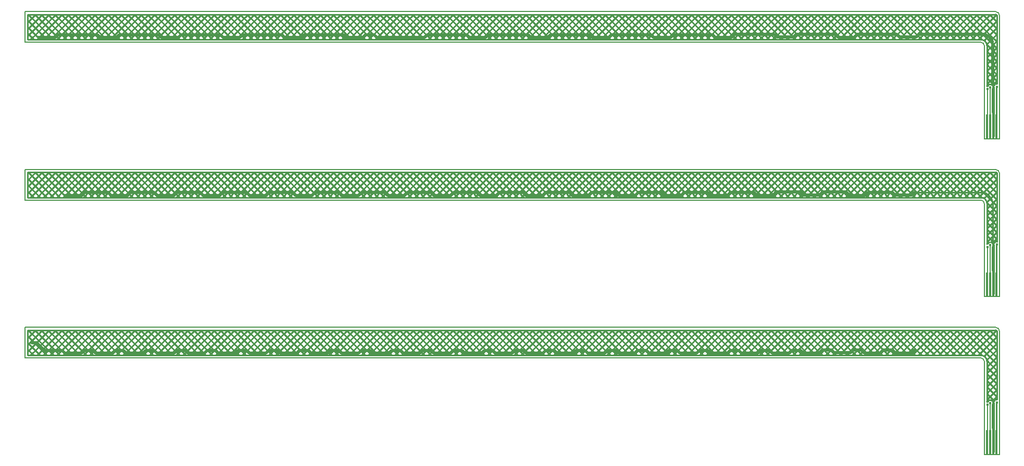
<source format=gbl>
G04*
G04 #@! TF.GenerationSoftware,Altium Limited,Altium Designer,19.0.12 (326)*
G04*
G04 Layer_Physical_Order=2*
G04 Layer_Color=16711680*
%FSLAX44Y44*%
%MOMM*%
G71*
G01*
G75*
%ADD10C,0.2413*%
%ADD11C,0.2540*%
%ADD12C,0.1524*%
%ADD13R,0.3000X4.0000*%
%ADD21C,0.1270*%
%ADD22C,0.5080*%
%ADD23C,0.4064*%
%ADD24C,0.5080*%
D10*
X1580119Y714640D02*
G03*
X1578140Y716618I-1979J0D01*
G01*
X1580119Y603617D02*
G03*
X1575500Y596860I-299J-4753D01*
G01*
X1574263Y597848D02*
G03*
X1565148Y599782I-4762J0D01*
G01*
X1563882Y666000D02*
G03*
X1554500Y675381I-9381J0D01*
G01*
X1565148Y599782D02*
G03*
X1563882Y599765I-568J-4728D01*
G01*
X1572993Y594610D02*
G03*
X1574263Y597848I-3492J3238D01*
G01*
X1557206Y716618D02*
X1580119Y693706D01*
X1567982Y716618D02*
X1580119Y704482D01*
X1559500Y716618D02*
X1578140D01*
X1528161Y675381D02*
X1569398Y716618D01*
X1546429D02*
X1580119Y682929D01*
X1506608Y675381D02*
X1547845Y716618D01*
X1503324D02*
X1544561Y675381D01*
X1517385D02*
X1558622Y716618D01*
X1492548D02*
X1533785Y675381D01*
X1495832D02*
X1537069Y716618D01*
X1485056Y675381D02*
X1526293Y716618D01*
X1481772D02*
X1523009Y675381D01*
X1474500Y716618D02*
X1559500D01*
X1470995D02*
X1512232Y675381D01*
X1463503D02*
X1504740Y716618D01*
X1474280Y675381D02*
X1515517Y716618D01*
X1452727Y675381D02*
X1493964Y716618D01*
X1449443D02*
X1490680Y675381D01*
X1460219Y716618D02*
X1501456Y675381D01*
X1374008Y716618D02*
X1415245Y675381D01*
X1441951D02*
X1483188Y716618D01*
X1578917Y716459D02*
X1579959Y715417D01*
X1538937Y675381D02*
X1579567Y716011D01*
X1549714Y675381D02*
X1580119Y705786D01*
X1431174Y675381D02*
X1472411Y716618D01*
X1427890D02*
X1469127Y675381D01*
X1438666Y716618D02*
X1479903Y675381D01*
X1417114Y716618D02*
X1458351Y675381D01*
X1409622D02*
X1450859Y716618D01*
X1420398Y675381D02*
X1461635Y716618D01*
X1398845Y675381D02*
X1440082Y716618D01*
X1406337D02*
X1447574Y675381D01*
X1363232Y716618D02*
X1404469Y675381D01*
X1355740D02*
X1396977Y716618D01*
X1366517Y675381D02*
X1407753Y716618D01*
X1344964Y675381D02*
X1386201Y716618D01*
X1341679D02*
X1382916Y675381D01*
X1352456Y716618D02*
X1393693Y675381D01*
X1388069D02*
X1429306Y716618D01*
X1384785D02*
X1426022Y675381D01*
X1395561Y716618D02*
X1436798Y675381D01*
X1374008Y716618D02*
X1415246Y675381D01*
X1377293D02*
X1418530Y716618D01*
X1018390D02*
X1059627Y675381D01*
X1010898D02*
X1052135Y716618D01*
X1021675Y675381D02*
X1062912Y716618D01*
X1000122Y675381D02*
X1041359Y716618D01*
X996837D02*
X1038074Y675381D01*
X1007614Y716618D02*
X1048851Y675381D01*
X1043227D02*
X1084464Y716618D01*
X1039943D02*
X1081180Y675381D01*
X1050719Y716618D02*
X1091956Y675381D01*
X1029166Y716618D02*
X1070403Y675381D01*
X1032451D02*
X1073688Y716618D01*
X921403D02*
X962640Y675381D01*
X903135D02*
X944372Y716618D01*
X924688Y675381D02*
X965925Y716618D01*
X892359Y675381D02*
X933596Y716618D01*
X889074D02*
X930311Y675381D01*
X899851Y716618D02*
X941088Y675381D01*
X986061Y716618D02*
X1027298Y675381D01*
X978569D02*
X1019807Y716618D01*
X989346Y675381D02*
X1030583Y716618D01*
X967793Y675381D02*
X1009030Y716618D01*
X975285D02*
X1016522Y675381D01*
X1301859D02*
X1343096Y716618D01*
X1298574D02*
X1339811Y675381D01*
X1309350Y716618D02*
X1350587Y675381D01*
X1287798Y716618D02*
X1329035Y675381D01*
X1280306D02*
X1321543Y716618D01*
X1291082Y675381D02*
X1332319Y716618D01*
X1330903D02*
X1372140Y675381D01*
X1323411D02*
X1364648Y716618D01*
X1334188Y675381D02*
X1375425Y716618D01*
X1312635Y675381D02*
X1353872Y716618D01*
X1320127D02*
X1361364Y675381D01*
X1244693Y716618D02*
X1285930Y675381D01*
X1237201D02*
X1278438Y716618D01*
X1247977Y675381D02*
X1289214Y716618D01*
X1226424Y675381D02*
X1267662Y716618D01*
X1233916D02*
X1275153Y675381D01*
X1269530D02*
X1310767Y716618D01*
X1266245D02*
X1307482Y675381D01*
X1277021Y716618D02*
X1318259Y675381D01*
X1255469Y716618D02*
X1296706Y675381D01*
X1258754D02*
X1299991Y716618D01*
X1563882Y645285D02*
X1580119Y629048D01*
X1563882Y635668D02*
X1580119Y651905D01*
X1563882Y623732D02*
X1580119Y607495D01*
X1563882Y646444D02*
X1580119Y662681D01*
X1563882Y657220D02*
X1580119Y673457D01*
X1563882Y656061D02*
X1580119Y639824D01*
Y603617D02*
Y714640D01*
X1572697Y601378D02*
X1580119Y608800D01*
X1563882Y599765D02*
Y666000D01*
X1559218Y674109D02*
X1580119Y695010D01*
X1535653Y716618D02*
X1580119Y672153D01*
X1563703Y667819D02*
X1580119Y684234D01*
X1524877Y716618D02*
X1580119Y661377D01*
X1563840Y666879D02*
X1580119Y650600D01*
X1563882Y634509D02*
X1580119Y618271D01*
X1563882Y624891D02*
X1580119Y641128D01*
X1563882Y614115D02*
X1580119Y630352D01*
X1563882Y603339D02*
X1580119Y619576D01*
X1563882Y612956D02*
X1575658Y601179D01*
X1575500Y556726D02*
Y596860D01*
X1572993Y590897D02*
X1575500Y593404D01*
X1573730Y548530D02*
X1575269Y550069D01*
X1573730Y537754D02*
X1575269Y539293D01*
X1573730Y549225D02*
X1575269Y547686D01*
X1573730Y538449D02*
X1575269Y536910D01*
X1573730Y527673D02*
X1575269Y526134D01*
X1573730Y526977D02*
X1575269Y528516D01*
X1573730Y518382D02*
X1575269D01*
X1573730D02*
Y556726D01*
X1575269Y518382D02*
Y556726D01*
X1572993Y580121D02*
X1575500Y582628D01*
X1572993Y593069D02*
X1575500Y590562D01*
X1572993Y582292D02*
X1575500Y579785D01*
X1563882Y602180D02*
X1565551Y600510D01*
X1572993Y571516D02*
X1575500Y569009D01*
X1572993Y569345D02*
X1575500Y571852D01*
X1572993Y558568D02*
X1575500Y561075D01*
X1572993Y556726D02*
Y594610D01*
Y560740D02*
X1575500Y558233D01*
X1083048Y716618D02*
X1124285Y675381D01*
X1075556D02*
X1116793Y716618D01*
X1086333Y675381D02*
X1127570Y716618D01*
X1064780Y675381D02*
X1106017Y716618D01*
X1061495D02*
X1102732Y675381D01*
X1072272Y716618D02*
X1113509Y675381D01*
X1107885D02*
X1149122Y716618D01*
X1104601D02*
X1145838Y675381D01*
X1115377Y716618D02*
X1156614Y675381D01*
X1093824Y716618D02*
X1135061Y675381D01*
X1097109D02*
X1138346Y716618D01*
X935464Y675381D02*
X976701Y716618D01*
X932180D02*
X973417Y675381D01*
X942956Y716618D02*
X984193Y675381D01*
X910627Y716618D02*
X951864Y675381D01*
X881583D02*
X922820Y716618D01*
X913912Y675381D02*
X955149Y716618D01*
X964509D02*
X1005746Y675381D01*
X957017D02*
X998254Y716618D01*
X1054004Y675381D02*
X1095241Y716618D01*
X946241Y675381D02*
X987478Y716618D01*
X953732D02*
X994969Y675381D01*
X1194096D02*
X1235333Y716618D01*
X1190811D02*
X1232048Y675381D01*
X1201587Y716618D02*
X1242824Y675381D01*
X1180035Y716618D02*
X1221272Y675381D01*
X1172543D02*
X1213780Y716618D01*
X1183319Y675381D02*
X1224556Y716618D01*
X1223140D02*
X1264377Y675381D01*
X1215648D02*
X1256885Y716618D01*
X1514100D02*
X1555379Y675340D01*
X1204872Y675381D02*
X1246109Y716618D01*
X1212364D02*
X1253601Y675381D01*
X1136929Y716618D02*
X1178167Y675381D01*
X1129438D02*
X1170675Y716618D01*
X1140214Y675381D02*
X1181451Y716618D01*
X1118661Y675381D02*
X1159899Y716618D01*
X1126153D02*
X1167390Y675381D01*
X1161767D02*
X1203004Y716618D01*
X1158482D02*
X1199719Y675381D01*
X1169258Y716618D02*
X1210495Y675381D01*
X1147706Y716618D02*
X1188943Y675381D01*
X1150990D02*
X1192227Y716618D01*
X719938Y675381D02*
X761175Y716618D01*
X716654D02*
X757891Y675381D01*
X727430Y716618D02*
X768667Y675381D01*
X705877Y716618D02*
X747114Y675381D01*
X698386D02*
X739623Y716618D01*
X709162Y675381D02*
X750399Y716618D01*
X759759D02*
X800996Y675381D01*
X752267D02*
X793504Y716618D01*
X763043Y675381D02*
X804280Y716618D01*
X741491Y675381D02*
X782728Y716618D01*
X748982D02*
X790219Y675381D01*
X662772Y716618D02*
X704009Y675381D01*
X655280D02*
X696517Y716618D01*
X666057Y675381D02*
X707294Y716618D01*
X644504Y675381D02*
X685741Y716618D01*
X641219D02*
X682456Y675381D01*
X651996Y716618D02*
X693233Y675381D01*
X687609D02*
X728846Y716618D01*
X684325D02*
X725562Y675381D01*
X695101Y716618D02*
X736338Y675381D01*
X673548Y716618D02*
X714785Y675381D01*
X676833D02*
X718070Y716618D01*
X845969D02*
X887206Y675381D01*
X838477D02*
X879715Y716618D01*
X849254Y675381D02*
X890491Y716618D01*
X827701Y675381D02*
X868938Y716618D01*
X824417D02*
X865654Y675381D01*
X835193Y716618D02*
X876430Y675381D01*
X870807D02*
X912044Y716618D01*
X867522D02*
X908759Y675381D01*
X878298Y716618D02*
X919535Y675381D01*
X856746Y716618D02*
X897982Y675381D01*
X860030D02*
X901267Y716618D01*
X792088D02*
X833325Y675381D01*
X784596D02*
X825833Y716618D01*
X4381D02*
X1474500D01*
X773820Y675381D02*
X815057Y716618D01*
X770535D02*
X811772Y675381D01*
X781311Y716618D02*
X822548Y675381D01*
X813640Y716618D02*
X854877Y675381D01*
X806149D02*
X847386Y716618D01*
X816925Y675381D02*
X858162Y716618D01*
X795372Y675381D02*
X836609Y716618D01*
X802864D02*
X844101Y675381D01*
X490351Y716618D02*
X531588Y675381D01*
X482859D02*
X524096Y716618D01*
X493636Y675381D02*
X534873Y716618D01*
X472083Y675381D02*
X513320Y716618D01*
X468798D02*
X510036Y675381D01*
X479575Y716618D02*
X520812Y675381D01*
X515188D02*
X556425Y716618D01*
X511904D02*
X553141Y675381D01*
X522680Y716618D02*
X563917Y675381D01*
X501127Y716618D02*
X542364Y675381D01*
X504412D02*
X545649Y716618D01*
X428978Y675381D02*
X470215Y716618D01*
X4381Y681837D02*
X39163Y716618D01*
X436470D02*
X477707Y675381D01*
X4381Y703390D02*
X17610Y716618D01*
X4381Y714166D02*
X6834Y716618D01*
X4381Y692614D02*
X28386Y716618D01*
X458022D02*
X499259Y675381D01*
X450531D02*
X491768Y716618D01*
X461307Y675381D02*
X502544Y716618D01*
X439754Y675381D02*
X480991Y716618D01*
X447246D02*
X488483Y675381D01*
X601399D02*
X642636Y716618D01*
X598114D02*
X639351Y675381D01*
X608890Y716618D02*
X650127Y675381D01*
X587338Y716618D02*
X628575Y675381D01*
X579846D02*
X621083Y716618D01*
X590622Y675381D02*
X631860Y716618D01*
X630443D02*
X671680Y675381D01*
X622951D02*
X664188Y716618D01*
X633728Y675381D02*
X674965Y716618D01*
X612175Y675381D02*
X653412Y716618D01*
X619667D02*
X660904Y675381D01*
X544233Y716618D02*
X585470Y675381D01*
X536741D02*
X577978Y716618D01*
X547517Y675381D02*
X588754Y716618D01*
X525965Y675381D02*
X567202Y716618D01*
X533456D02*
X574693Y675381D01*
X569070D02*
X610307Y716618D01*
X565785D02*
X607022Y675381D01*
X576562Y716618D02*
X617799Y675381D01*
X555009Y716618D02*
X596246Y675381D01*
X558294D02*
X599531Y716618D01*
X288886Y675381D02*
X330123Y716618D01*
X285601D02*
X326838Y675381D01*
X296378Y716618D02*
X337615Y675381D01*
X274825Y716618D02*
X316062Y675381D01*
X267333D02*
X308570Y716618D01*
X278110Y675381D02*
X319347Y716618D01*
X317930D02*
X359167Y675381D01*
X310439D02*
X351676Y716618D01*
X321215Y675381D02*
X362452Y716618D01*
X299662Y675381D02*
X340899Y716618D01*
X307154D02*
X348391Y675381D01*
X231720Y716618D02*
X272957Y675381D01*
X224228D02*
X265465Y716618D01*
X235004Y675381D02*
X276241Y716618D01*
X213452Y675381D02*
X254689Y716618D01*
X210167D02*
X251404Y675381D01*
X220944Y716618D02*
X262181Y675381D01*
X256557D02*
X297794Y716618D01*
X253272D02*
X294509Y675381D01*
X264049Y716618D02*
X305286Y675381D01*
X242496Y716618D02*
X283733Y675381D01*
X245781D02*
X287018Y716618D01*
X404141D02*
X445378Y675381D01*
X396649D02*
X437886Y716618D01*
X407425Y675381D02*
X448662Y716618D01*
X385873Y675381D02*
X427110Y716618D01*
X382588D02*
X423825Y675381D01*
X393364Y716618D02*
X434601Y675381D01*
X730714D02*
X771952Y716618D01*
X425693D02*
X466930Y675381D01*
X738206Y716618D02*
X779443Y675381D01*
X414917Y716618D02*
X456154Y675381D01*
X418202D02*
X459439Y716618D01*
X350259D02*
X391496Y675381D01*
X342767D02*
X384005Y716618D01*
X4381Y675381D02*
X1554500D01*
X331991D02*
X373228Y716618D01*
X328707D02*
X369944Y675381D01*
X339483Y716618D02*
X380720Y675381D01*
X371812Y716618D02*
X413049Y675381D01*
X364320D02*
X405557Y716618D01*
X375096Y675381D02*
X416333Y716618D01*
X353544Y675381D02*
X394781Y716618D01*
X361035D02*
X402272Y675381D01*
X170347D02*
X211584Y716618D01*
X167062D02*
X208299Y675381D01*
X177838Y716618D02*
X219075Y675381D01*
X159570D02*
X200807Y716618D01*
X156286D02*
X197523Y675381D01*
X159570D02*
X200807Y716618D01*
X199391D02*
X240628Y675381D01*
X191899D02*
X233136Y716618D01*
X202675Y675381D02*
X243913Y716618D01*
X181123Y675381D02*
X222360Y716618D01*
X188615D02*
X229852Y675381D01*
X116465D02*
X157702Y716618D01*
X113180D02*
X154417Y675381D01*
X123957Y716618D02*
X165194Y675381D01*
X102404Y716618D02*
X143641Y675381D01*
X94913D02*
X136150Y716618D01*
X105689Y675381D02*
X146926Y716618D01*
X145509D02*
X186746Y675381D01*
X138018D02*
X179255Y716618D01*
X148794Y675381D02*
X190031Y716618D01*
X127241Y675381D02*
X168478Y716618D01*
X134733D02*
X175970Y675381D01*
X59299Y716618D02*
X100536Y675381D01*
X51807D02*
X93044Y716618D01*
X62583Y675381D02*
X103820Y716618D01*
X41031Y675381D02*
X82268Y716618D01*
X37746D02*
X78983Y675381D01*
X48523Y716618D02*
X89760Y675381D01*
X84136D02*
X125373Y716618D01*
X80851D02*
X122088Y675381D01*
X91628Y716618D02*
X132865Y675381D01*
X70075Y716618D02*
X111312Y675381D01*
X73360D02*
X114597Y716618D01*
X5417D02*
X46654Y675381D01*
X4381Y706878D02*
X35878Y675381D01*
X4381Y696102D02*
X25102Y675381D01*
X4381D02*
Y716618D01*
Y685325D02*
X14325Y675381D01*
X26970Y716618D02*
X68207Y675381D01*
X19478D02*
X60715Y716618D01*
X30255Y675381D02*
X71492Y716618D01*
X8702Y675381D02*
X49939Y716618D01*
X16194D02*
X57431Y675381D01*
X1580119Y457640D02*
G03*
X1578140Y459618I-1979J0D01*
G01*
X1580119Y346617D02*
G03*
X1575500Y339860I-299J-4753D01*
G01*
X1574263Y340848D02*
G03*
X1565148Y342783I-4762J0D01*
G01*
X1563882Y409000D02*
G03*
X1554500Y418382I-9381J0D01*
G01*
X1565148Y342783D02*
G03*
X1563882Y342765I-568J-4728D01*
G01*
X1572993Y337610D02*
G03*
X1574263Y340848I-3492J3238D01*
G01*
X1557206Y459618D02*
X1580119Y436706D01*
X1567982Y459618D02*
X1580119Y447482D01*
X1559500Y459618D02*
X1578140D01*
X1528161Y418382D02*
X1569398Y459618D01*
X1546429D02*
X1580119Y425929D01*
X1506608Y418382D02*
X1547845Y459618D01*
X1503324D02*
X1544561Y418382D01*
X1517385D02*
X1558622Y459618D01*
X1492548D02*
X1533785Y418382D01*
X1495832D02*
X1537069Y459618D01*
X1485056Y418382D02*
X1526293Y459618D01*
X1481772D02*
X1523009Y418382D01*
X1474500Y459618D02*
X1559500D01*
X1470995D02*
X1512232Y418382D01*
X1463503D02*
X1504740Y459618D01*
X1474280Y418382D02*
X1515517Y459618D01*
X1452727Y418382D02*
X1493964Y459618D01*
X1449443D02*
X1490680Y418382D01*
X1460219Y459618D02*
X1501456Y418382D01*
X1374008Y459618D02*
X1415245Y418382D01*
X1441951D02*
X1483188Y459618D01*
X1578917Y459459D02*
X1579959Y458417D01*
X1538937Y418382D02*
X1579567Y459011D01*
X1549714Y418382D02*
X1580119Y448786D01*
X1431174Y418382D02*
X1472411Y459618D01*
X1427890D02*
X1469127Y418382D01*
X1438666Y459618D02*
X1479903Y418382D01*
X1417114Y459618D02*
X1458351Y418382D01*
X1409622D02*
X1450859Y459618D01*
X1420398Y418382D02*
X1461635Y459618D01*
X1398845Y418382D02*
X1440082Y459618D01*
X1406337D02*
X1447574Y418382D01*
X1363232Y459618D02*
X1404469Y418382D01*
X1355740D02*
X1396977Y459618D01*
X1366517Y418382D02*
X1407753Y459618D01*
X1344964Y418382D02*
X1386201Y459618D01*
X1341679D02*
X1382916Y418382D01*
X1352456Y459618D02*
X1393693Y418382D01*
X1388069D02*
X1429306Y459618D01*
X1384785D02*
X1426022Y418382D01*
X1395561Y459618D02*
X1436798Y418382D01*
X1374008Y459618D02*
X1415246Y418382D01*
X1377293D02*
X1418530Y459618D01*
X1018390D02*
X1059627Y418382D01*
X1010898D02*
X1052135Y459618D01*
X1021675Y418382D02*
X1062912Y459618D01*
X1000122Y418382D02*
X1041359Y459618D01*
X996837D02*
X1038074Y418382D01*
X1007614Y459618D02*
X1048851Y418382D01*
X1043227D02*
X1084464Y459618D01*
X1039943D02*
X1081180Y418382D01*
X1050719Y459618D02*
X1091956Y418382D01*
X1029166Y459618D02*
X1070403Y418382D01*
X1032451D02*
X1073688Y459618D01*
X921403D02*
X962640Y418382D01*
X903135D02*
X944372Y459618D01*
X924688Y418382D02*
X965925Y459618D01*
X892359Y418382D02*
X933596Y459618D01*
X889074D02*
X930311Y418382D01*
X899851Y459618D02*
X941088Y418382D01*
X986061Y459618D02*
X1027298Y418382D01*
X978569D02*
X1019807Y459618D01*
X989346Y418382D02*
X1030583Y459618D01*
X967793Y418382D02*
X1009030Y459618D01*
X975285D02*
X1016522Y418382D01*
X1301859D02*
X1343096Y459618D01*
X1298574D02*
X1339811Y418382D01*
X1309350Y459618D02*
X1350587Y418382D01*
X1287798Y459618D02*
X1329035Y418382D01*
X1280306D02*
X1321543Y459618D01*
X1291082Y418382D02*
X1332319Y459618D01*
X1330903D02*
X1372140Y418382D01*
X1323411D02*
X1364648Y459618D01*
X1334188Y418382D02*
X1375425Y459618D01*
X1312635Y418382D02*
X1353872Y459618D01*
X1320127D02*
X1361364Y418382D01*
X1244693Y459618D02*
X1285930Y418382D01*
X1237201D02*
X1278438Y459618D01*
X1247977Y418382D02*
X1289214Y459618D01*
X1226424Y418382D02*
X1267662Y459618D01*
X1233916D02*
X1275153Y418382D01*
X1269530D02*
X1310767Y459618D01*
X1266245D02*
X1307482Y418382D01*
X1277021Y459618D02*
X1318259Y418382D01*
X1255469Y459618D02*
X1296706Y418382D01*
X1258754D02*
X1299991Y459618D01*
X1563882Y388285D02*
X1580119Y372048D01*
X1563882Y378668D02*
X1580119Y394905D01*
X1563882Y366732D02*
X1580119Y350495D01*
X1563882Y389444D02*
X1580119Y405681D01*
X1563882Y400220D02*
X1580119Y416457D01*
X1563882Y399061D02*
X1580119Y382824D01*
Y346617D02*
Y457640D01*
X1572697Y344378D02*
X1580119Y351800D01*
X1563882Y342765D02*
Y409000D01*
X1559218Y417109D02*
X1580119Y438010D01*
X1535653Y459618D02*
X1580119Y415153D01*
X1563703Y410819D02*
X1580119Y427234D01*
X1524877Y459618D02*
X1580119Y404377D01*
X1563840Y409879D02*
X1580119Y393600D01*
X1563882Y377509D02*
X1580119Y361272D01*
X1563882Y367891D02*
X1580119Y384128D01*
X1563882Y357115D02*
X1580119Y373352D01*
X1563882Y346339D02*
X1580119Y362576D01*
X1563882Y355956D02*
X1575658Y344179D01*
X1575500Y299727D02*
Y339860D01*
X1572993Y333897D02*
X1575500Y336404D01*
X1573730Y291530D02*
X1575269Y293069D01*
X1573730Y280754D02*
X1575269Y282293D01*
X1573730Y292225D02*
X1575269Y290686D01*
X1573730Y281449D02*
X1575269Y279910D01*
X1573730Y270673D02*
X1575269Y269134D01*
X1573730Y269977D02*
X1575269Y271516D01*
X1573730Y261381D02*
X1575269D01*
X1573730D02*
Y299727D01*
X1575269Y261381D02*
Y299727D01*
X1572993Y323121D02*
X1575500Y325628D01*
X1572993Y336069D02*
X1575500Y333562D01*
X1572993Y325292D02*
X1575500Y322785D01*
X1563882Y345180D02*
X1565551Y343510D01*
X1572993Y314516D02*
X1575500Y312009D01*
X1572993Y312345D02*
X1575500Y314852D01*
X1572993Y301568D02*
X1575500Y304075D01*
X1572993Y299727D02*
Y337610D01*
Y303740D02*
X1575500Y301233D01*
X1083048Y459618D02*
X1124285Y418382D01*
X1075556D02*
X1116793Y459618D01*
X1086333Y418382D02*
X1127570Y459618D01*
X1064780Y418382D02*
X1106017Y459618D01*
X1061495D02*
X1102732Y418382D01*
X1072272Y459618D02*
X1113509Y418382D01*
X1107885D02*
X1149122Y459618D01*
X1104601D02*
X1145838Y418382D01*
X1115377Y459618D02*
X1156614Y418382D01*
X1093824Y459618D02*
X1135061Y418382D01*
X1097109D02*
X1138346Y459618D01*
X935464Y418382D02*
X976701Y459618D01*
X932180D02*
X973417Y418382D01*
X942956Y459618D02*
X984193Y418382D01*
X910627Y459618D02*
X951864Y418382D01*
X881583D02*
X922820Y459618D01*
X913912Y418382D02*
X955149Y459618D01*
X964509D02*
X1005746Y418382D01*
X957017D02*
X998254Y459618D01*
X1054004Y418382D02*
X1095241Y459618D01*
X946241Y418382D02*
X987478Y459618D01*
X953732D02*
X994969Y418382D01*
X1194096D02*
X1235333Y459618D01*
X1190811D02*
X1232048Y418382D01*
X1201587Y459618D02*
X1242824Y418382D01*
X1180035Y459618D02*
X1221272Y418382D01*
X1172543D02*
X1213780Y459618D01*
X1183319Y418382D02*
X1224556Y459618D01*
X1223140D02*
X1264377Y418382D01*
X1215648D02*
X1256885Y459618D01*
X1514100D02*
X1555379Y418340D01*
X1204872Y418382D02*
X1246109Y459618D01*
X1212364D02*
X1253601Y418382D01*
X1136929Y459618D02*
X1178167Y418382D01*
X1129438D02*
X1170675Y459618D01*
X1140214Y418382D02*
X1181451Y459618D01*
X1118661Y418382D02*
X1159899Y459618D01*
X1126153D02*
X1167390Y418382D01*
X1161767D02*
X1203004Y459618D01*
X1158482D02*
X1199719Y418382D01*
X1169258Y459618D02*
X1210495Y418382D01*
X1147706Y459618D02*
X1188943Y418382D01*
X1150990D02*
X1192227Y459618D01*
X719938Y418382D02*
X761175Y459618D01*
X716654D02*
X757891Y418382D01*
X727430Y459618D02*
X768667Y418382D01*
X705877Y459618D02*
X747114Y418382D01*
X698386D02*
X739623Y459618D01*
X709162Y418382D02*
X750399Y459618D01*
X759759D02*
X800996Y418382D01*
X752267D02*
X793504Y459618D01*
X763043Y418382D02*
X804280Y459618D01*
X741491Y418382D02*
X782728Y459618D01*
X748982D02*
X790219Y418382D01*
X662772Y459618D02*
X704009Y418382D01*
X655280D02*
X696517Y459618D01*
X666057Y418382D02*
X707294Y459618D01*
X644504Y418382D02*
X685741Y459618D01*
X641219D02*
X682456Y418382D01*
X651996Y459618D02*
X693233Y418382D01*
X687609D02*
X728846Y459618D01*
X684325D02*
X725562Y418382D01*
X695101Y459618D02*
X736338Y418382D01*
X673548Y459618D02*
X714785Y418382D01*
X676833D02*
X718070Y459618D01*
X845969D02*
X887206Y418382D01*
X838477D02*
X879715Y459618D01*
X849254Y418382D02*
X890491Y459618D01*
X827701Y418382D02*
X868938Y459618D01*
X824417D02*
X865654Y418382D01*
X835193Y459618D02*
X876430Y418382D01*
X870807D02*
X912044Y459618D01*
X867522D02*
X908759Y418382D01*
X878298Y459618D02*
X919535Y418382D01*
X856746Y459618D02*
X897982Y418382D01*
X860030D02*
X901267Y459618D01*
X792088D02*
X833325Y418382D01*
X784596D02*
X825833Y459618D01*
X4381D02*
X1474500D01*
X773820Y418382D02*
X815057Y459618D01*
X770535D02*
X811772Y418382D01*
X781311Y459618D02*
X822548Y418382D01*
X813640Y459618D02*
X854877Y418382D01*
X806149D02*
X847386Y459618D01*
X816925Y418382D02*
X858162Y459618D01*
X795372Y418382D02*
X836609Y459618D01*
X802864D02*
X844101Y418382D01*
X490351Y459618D02*
X531588Y418382D01*
X482859D02*
X524096Y459618D01*
X493636Y418382D02*
X534873Y459618D01*
X472083Y418382D02*
X513320Y459618D01*
X468798D02*
X510036Y418382D01*
X479575Y459618D02*
X520812Y418382D01*
X515188D02*
X556425Y459618D01*
X511904D02*
X553141Y418382D01*
X522680Y459618D02*
X563917Y418382D01*
X501127Y459618D02*
X542364Y418382D01*
X504412D02*
X545649Y459618D01*
X428978Y418382D02*
X470215Y459618D01*
X4381Y424837D02*
X39163Y459618D01*
X436470D02*
X477707Y418382D01*
X4381Y446390D02*
X17610Y459618D01*
X4381Y457166D02*
X6834Y459618D01*
X4381Y435614D02*
X28386Y459618D01*
X458022D02*
X499259Y418382D01*
X450531D02*
X491768Y459618D01*
X461307Y418382D02*
X502544Y459618D01*
X439754Y418382D02*
X480991Y459618D01*
X447246D02*
X488483Y418382D01*
X601399D02*
X642636Y459618D01*
X598114D02*
X639351Y418382D01*
X608890Y459618D02*
X650127Y418382D01*
X587338Y459618D02*
X628575Y418382D01*
X579846D02*
X621083Y459618D01*
X590622Y418382D02*
X631860Y459618D01*
X630443D02*
X671680Y418382D01*
X622951D02*
X664188Y459618D01*
X633728Y418382D02*
X674965Y459618D01*
X612175Y418382D02*
X653412Y459618D01*
X619667D02*
X660904Y418382D01*
X544233Y459618D02*
X585470Y418382D01*
X536741D02*
X577978Y459618D01*
X547517Y418382D02*
X588754Y459618D01*
X525965Y418382D02*
X567202Y459618D01*
X533456D02*
X574693Y418382D01*
X569070D02*
X610307Y459618D01*
X565785D02*
X607022Y418382D01*
X576562Y459618D02*
X617799Y418382D01*
X555009Y459618D02*
X596246Y418382D01*
X558294D02*
X599531Y459618D01*
X288886Y418382D02*
X330123Y459618D01*
X285601D02*
X326838Y418382D01*
X296378Y459618D02*
X337615Y418382D01*
X274825Y459618D02*
X316062Y418382D01*
X267333D02*
X308570Y459618D01*
X278110Y418382D02*
X319347Y459618D01*
X317930D02*
X359167Y418382D01*
X310439D02*
X351676Y459618D01*
X321215Y418382D02*
X362452Y459618D01*
X299662Y418382D02*
X340899Y459618D01*
X307154D02*
X348391Y418382D01*
X231720Y459618D02*
X272957Y418382D01*
X224228D02*
X265465Y459618D01*
X235004Y418382D02*
X276241Y459618D01*
X213452Y418382D02*
X254689Y459618D01*
X210167D02*
X251404Y418382D01*
X220944Y459618D02*
X262181Y418382D01*
X256557D02*
X297794Y459618D01*
X253272D02*
X294509Y418382D01*
X264049Y459618D02*
X305286Y418382D01*
X242496Y459618D02*
X283733Y418382D01*
X245781D02*
X287018Y459618D01*
X404141D02*
X445378Y418382D01*
X396649D02*
X437886Y459618D01*
X407425Y418382D02*
X448662Y459618D01*
X385873Y418382D02*
X427110Y459618D01*
X382588D02*
X423825Y418382D01*
X393364Y459618D02*
X434601Y418382D01*
X730714D02*
X771952Y459618D01*
X425693D02*
X466930Y418382D01*
X738206Y459618D02*
X779443Y418382D01*
X414917Y459618D02*
X456154Y418382D01*
X418202D02*
X459439Y459618D01*
X350259D02*
X391496Y418382D01*
X342767D02*
X384005Y459618D01*
X4381Y418382D02*
X1554500D01*
X331991D02*
X373228Y459618D01*
X328707D02*
X369944Y418382D01*
X339483Y459618D02*
X380720Y418382D01*
X371812Y459618D02*
X413049Y418382D01*
X364320D02*
X405557Y459618D01*
X375096Y418382D02*
X416333Y459618D01*
X353544Y418382D02*
X394781Y459618D01*
X361035D02*
X402272Y418382D01*
X170347D02*
X211584Y459618D01*
X167062D02*
X208299Y418382D01*
X177838Y459618D02*
X219075Y418382D01*
X159570D02*
X200807Y459618D01*
X156286D02*
X197523Y418382D01*
X159570D02*
X200807Y459618D01*
X199391D02*
X240628Y418382D01*
X191899D02*
X233136Y459618D01*
X202675Y418382D02*
X243913Y459618D01*
X181123Y418382D02*
X222360Y459618D01*
X188615D02*
X229852Y418382D01*
X116465D02*
X157702Y459618D01*
X113180D02*
X154417Y418382D01*
X123957Y459618D02*
X165194Y418382D01*
X102404Y459618D02*
X143641Y418382D01*
X94913D02*
X136150Y459618D01*
X105689Y418382D02*
X146926Y459618D01*
X145509D02*
X186746Y418382D01*
X138018D02*
X179255Y459618D01*
X148794Y418382D02*
X190031Y459618D01*
X127241Y418382D02*
X168478Y459618D01*
X134733D02*
X175970Y418382D01*
X59299Y459618D02*
X100536Y418382D01*
X51807D02*
X93044Y459618D01*
X62583Y418382D02*
X103820Y459618D01*
X41031Y418382D02*
X82268Y459618D01*
X37746D02*
X78983Y418382D01*
X48523Y459618D02*
X89760Y418382D01*
X84136D02*
X125373Y459618D01*
X80851D02*
X122088Y418382D01*
X91628Y459618D02*
X132865Y418382D01*
X70075Y459618D02*
X111312Y418382D01*
X73360D02*
X114597Y459618D01*
X5417D02*
X46654Y418382D01*
X4381Y449878D02*
X35878Y418382D01*
X4381Y439102D02*
X25102Y418382D01*
X4381D02*
Y459618D01*
Y428326D02*
X14325Y418382D01*
X26970Y459618D02*
X68207Y418382D01*
X19478D02*
X60715Y459618D01*
X30255Y418382D02*
X71492Y459618D01*
X8702Y418382D02*
X49939Y459618D01*
X16194D02*
X57431Y418382D01*
X1580119Y200640D02*
G03*
X1578140Y202619I-1979J0D01*
G01*
X1580119Y89617D02*
G03*
X1575500Y82860I-299J-4753D01*
G01*
X1574263Y83848D02*
G03*
X1565148Y85782I-4762J0D01*
G01*
X1563882Y152000D02*
G03*
X1554500Y161381I-9381J0D01*
G01*
X1565148Y85782D02*
G03*
X1563882Y85765I-568J-4728D01*
G01*
X1572993Y80610D02*
G03*
X1574263Y83848I-3492J3238D01*
G01*
X1557206Y202619D02*
X1580119Y179706D01*
X1567982Y202619D02*
X1580119Y190482D01*
X1559500Y202619D02*
X1578140D01*
X1528161Y161381D02*
X1569398Y202619D01*
X1546429D02*
X1580119Y168929D01*
X1506608Y161381D02*
X1547845Y202619D01*
X1503324D02*
X1544561Y161381D01*
X1517385D02*
X1558622Y202619D01*
X1492548D02*
X1533785Y161381D01*
X1495832D02*
X1537069Y202619D01*
X1485056Y161381D02*
X1526293Y202619D01*
X1481772D02*
X1523009Y161381D01*
X1474500Y202619D02*
X1559500D01*
X1470995D02*
X1512232Y161381D01*
X1463503D02*
X1504740Y202619D01*
X1474280Y161381D02*
X1515517Y202619D01*
X1452727Y161381D02*
X1493964Y202619D01*
X1449443D02*
X1490680Y161381D01*
X1460219Y202619D02*
X1501456Y161381D01*
X1374008Y202619D02*
X1415245Y161381D01*
X1441951D02*
X1483188Y202619D01*
X1578917Y202459D02*
X1579959Y201417D01*
X1538937Y161381D02*
X1579567Y202011D01*
X1549714Y161381D02*
X1580119Y191786D01*
X1431174Y161381D02*
X1472411Y202619D01*
X1427890D02*
X1469127Y161381D01*
X1438666Y202619D02*
X1479903Y161381D01*
X1417114Y202619D02*
X1458351Y161381D01*
X1409622D02*
X1450859Y202619D01*
X1420398Y161381D02*
X1461635Y202619D01*
X1398845Y161381D02*
X1440082Y202619D01*
X1406337D02*
X1447574Y161381D01*
X1363232Y202619D02*
X1404469Y161381D01*
X1355740D02*
X1396977Y202619D01*
X1366517Y161381D02*
X1407753Y202619D01*
X1344964Y161381D02*
X1386201Y202619D01*
X1341679D02*
X1382916Y161381D01*
X1352456Y202619D02*
X1393693Y161381D01*
X1388069D02*
X1429306Y202619D01*
X1384785D02*
X1426022Y161381D01*
X1395561Y202619D02*
X1436798Y161381D01*
X1374008Y202619D02*
X1415246Y161381D01*
X1377293D02*
X1418530Y202619D01*
X1018390D02*
X1059627Y161381D01*
X1010898D02*
X1052135Y202619D01*
X1021675Y161381D02*
X1062912Y202619D01*
X1000122Y161381D02*
X1041359Y202619D01*
X996837D02*
X1038074Y161381D01*
X1007614Y202619D02*
X1048851Y161381D01*
X1043227D02*
X1084464Y202619D01*
X1039943D02*
X1081180Y161381D01*
X1050719Y202619D02*
X1091956Y161381D01*
X1029166Y202619D02*
X1070403Y161381D01*
X1032451D02*
X1073688Y202619D01*
X921403D02*
X962640Y161381D01*
X903135D02*
X944372Y202619D01*
X924688Y161381D02*
X965925Y202619D01*
X892359Y161381D02*
X933596Y202619D01*
X889074D02*
X930311Y161381D01*
X899851Y202619D02*
X941088Y161381D01*
X986061Y202619D02*
X1027298Y161381D01*
X978569D02*
X1019807Y202619D01*
X989346Y161381D02*
X1030583Y202619D01*
X967793Y161381D02*
X1009030Y202619D01*
X975285D02*
X1016522Y161381D01*
X1301859D02*
X1343096Y202619D01*
X1298574D02*
X1339811Y161381D01*
X1309350Y202619D02*
X1350587Y161381D01*
X1287798Y202619D02*
X1329035Y161381D01*
X1280306D02*
X1321543Y202619D01*
X1291082Y161381D02*
X1332319Y202619D01*
X1330903D02*
X1372140Y161381D01*
X1323411D02*
X1364648Y202619D01*
X1334188Y161381D02*
X1375425Y202619D01*
X1312635Y161381D02*
X1353872Y202619D01*
X1320127D02*
X1361364Y161381D01*
X1244693Y202619D02*
X1285930Y161381D01*
X1237201D02*
X1278438Y202619D01*
X1247977Y161381D02*
X1289214Y202619D01*
X1226424Y161381D02*
X1267662Y202619D01*
X1233916D02*
X1275153Y161381D01*
X1269530D02*
X1310767Y202619D01*
X1266245D02*
X1307482Y161381D01*
X1277021Y202619D02*
X1318259Y161381D01*
X1255469Y202619D02*
X1296706Y161381D01*
X1258754D02*
X1299991Y202619D01*
X1563882Y131285D02*
X1580119Y115048D01*
X1563882Y121668D02*
X1580119Y137905D01*
X1563882Y109732D02*
X1580119Y93495D01*
X1563882Y132444D02*
X1580119Y148681D01*
X1563882Y143220D02*
X1580119Y159457D01*
X1563882Y142061D02*
X1580119Y125824D01*
Y89617D02*
Y200640D01*
X1572697Y87378D02*
X1580119Y94799D01*
X1563882Y85765D02*
Y152000D01*
X1559218Y160109D02*
X1580119Y181010D01*
X1535653Y202619D02*
X1580119Y158153D01*
X1563703Y153819D02*
X1580119Y170234D01*
X1524877Y202619D02*
X1580119Y147377D01*
X1563840Y152879D02*
X1580119Y136600D01*
X1563882Y120508D02*
X1580119Y104271D01*
X1563882Y110891D02*
X1580119Y127128D01*
X1563882Y100115D02*
X1580119Y116352D01*
X1563882Y89339D02*
X1580119Y105576D01*
X1563882Y98956D02*
X1575658Y87179D01*
X1575500Y42726D02*
Y82860D01*
X1572993Y76897D02*
X1575500Y79404D01*
X1573730Y34530D02*
X1575269Y36069D01*
X1573730Y23754D02*
X1575269Y25293D01*
X1573730Y35225D02*
X1575269Y33686D01*
X1573730Y24449D02*
X1575269Y22910D01*
X1573730Y13673D02*
X1575269Y12134D01*
X1573730Y12977D02*
X1575269Y14516D01*
X1573730Y4381D02*
X1575269D01*
X1573730D02*
Y42726D01*
X1575269Y4381D02*
Y42726D01*
X1572993Y66121D02*
X1575500Y68628D01*
X1572993Y79069D02*
X1575500Y76562D01*
X1572993Y68292D02*
X1575500Y65785D01*
X1563882Y88180D02*
X1565551Y86510D01*
X1572993Y57516D02*
X1575500Y55009D01*
X1572993Y55345D02*
X1575500Y57852D01*
X1572993Y44568D02*
X1575500Y47075D01*
X1572993Y42726D02*
Y80610D01*
Y46740D02*
X1575500Y44233D01*
X1083048Y202619D02*
X1124285Y161381D01*
X1075556D02*
X1116793Y202619D01*
X1086333Y161381D02*
X1127570Y202619D01*
X1064780Y161381D02*
X1106017Y202619D01*
X1061495D02*
X1102732Y161381D01*
X1072272Y202619D02*
X1113509Y161381D01*
X1107885D02*
X1149122Y202619D01*
X1104601D02*
X1145838Y161381D01*
X1115377Y202619D02*
X1156614Y161381D01*
X1093824Y202619D02*
X1135061Y161381D01*
X1097109D02*
X1138346Y202619D01*
X935464Y161381D02*
X976701Y202619D01*
X932180D02*
X973417Y161381D01*
X942956Y202619D02*
X984193Y161381D01*
X910627Y202619D02*
X951864Y161381D01*
X881583D02*
X922820Y202619D01*
X913912Y161381D02*
X955149Y202619D01*
X964509D02*
X1005746Y161381D01*
X957017D02*
X998254Y202619D01*
X1054004Y161381D02*
X1095241Y202619D01*
X946241Y161381D02*
X987478Y202619D01*
X953732D02*
X994969Y161381D01*
X1194096D02*
X1235333Y202619D01*
X1190811D02*
X1232048Y161381D01*
X1201587Y202619D02*
X1242824Y161381D01*
X1180035Y202619D02*
X1221272Y161381D01*
X1172543D02*
X1213780Y202619D01*
X1183319Y161381D02*
X1224556Y202619D01*
X1223140D02*
X1264377Y161381D01*
X1215648D02*
X1256885Y202619D01*
X1514100D02*
X1555379Y161340D01*
X1204872Y161381D02*
X1246109Y202619D01*
X1212364D02*
X1253601Y161381D01*
X1136929Y202619D02*
X1178167Y161381D01*
X1129438D02*
X1170675Y202619D01*
X1140214Y161381D02*
X1181451Y202619D01*
X1118661Y161381D02*
X1159899Y202619D01*
X1126153D02*
X1167390Y161381D01*
X1161767D02*
X1203004Y202619D01*
X1158482D02*
X1199719Y161381D01*
X1169258Y202619D02*
X1210495Y161381D01*
X1147706Y202619D02*
X1188943Y161381D01*
X1150990D02*
X1192227Y202619D01*
X719938Y161381D02*
X761175Y202619D01*
X716654D02*
X757891Y161381D01*
X727430Y202619D02*
X768667Y161381D01*
X705877Y202619D02*
X747114Y161381D01*
X698386D02*
X739623Y202619D01*
X709162Y161381D02*
X750399Y202619D01*
X759759D02*
X800996Y161381D01*
X752267D02*
X793504Y202619D01*
X763043Y161381D02*
X804280Y202619D01*
X741491Y161381D02*
X782728Y202619D01*
X748982D02*
X790219Y161381D01*
X662772Y202619D02*
X704009Y161381D01*
X655280D02*
X696517Y202619D01*
X666057Y161381D02*
X707294Y202619D01*
X644504Y161381D02*
X685741Y202619D01*
X641219D02*
X682456Y161381D01*
X651996Y202619D02*
X693233Y161381D01*
X687609D02*
X728846Y202619D01*
X684325D02*
X725562Y161381D01*
X695101Y202619D02*
X736338Y161381D01*
X673548Y202619D02*
X714785Y161381D01*
X676833D02*
X718070Y202619D01*
X845969D02*
X887206Y161381D01*
X838477D02*
X879715Y202619D01*
X849254Y161381D02*
X890491Y202619D01*
X827701Y161381D02*
X868938Y202619D01*
X824417D02*
X865654Y161381D01*
X835193Y202619D02*
X876430Y161381D01*
X870807D02*
X912044Y202619D01*
X867522D02*
X908759Y161381D01*
X878298Y202619D02*
X919535Y161381D01*
X856746Y202619D02*
X897982Y161381D01*
X860030D02*
X901267Y202619D01*
X792088D02*
X833325Y161381D01*
X784596D02*
X825833Y202619D01*
X4381D02*
X1474500D01*
X773820Y161381D02*
X815057Y202619D01*
X770535D02*
X811772Y161381D01*
X781311Y202619D02*
X822548Y161381D01*
X813640Y202619D02*
X854877Y161381D01*
X806149D02*
X847386Y202619D01*
X816925Y161381D02*
X858162Y202619D01*
X795372Y161381D02*
X836609Y202619D01*
X802864D02*
X844101Y161381D01*
X490351Y202619D02*
X531588Y161381D01*
X482859D02*
X524096Y202619D01*
X493636Y161381D02*
X534873Y202619D01*
X472083Y161381D02*
X513320Y202619D01*
X468798D02*
X510036Y161381D01*
X479575Y202619D02*
X520812Y161381D01*
X515188D02*
X556425Y202619D01*
X511904D02*
X553141Y161381D01*
X522680Y202619D02*
X563917Y161381D01*
X501127Y202619D02*
X542364Y161381D01*
X504412D02*
X545649Y202619D01*
X428978Y161381D02*
X470215Y202619D01*
X4381Y167837D02*
X39163Y202619D01*
X436470D02*
X477707Y161381D01*
X4381Y189390D02*
X17610Y202619D01*
X4381Y200166D02*
X6834Y202619D01*
X4381Y178614D02*
X28386Y202619D01*
X458022D02*
X499259Y161381D01*
X450531D02*
X491768Y202619D01*
X461307Y161381D02*
X502544Y202619D01*
X439754Y161381D02*
X480991Y202619D01*
X447246D02*
X488483Y161381D01*
X601399D02*
X642636Y202619D01*
X598114D02*
X639351Y161381D01*
X608890Y202619D02*
X650127Y161381D01*
X587338Y202619D02*
X628575Y161381D01*
X579846D02*
X621083Y202619D01*
X590622Y161381D02*
X631860Y202619D01*
X630443D02*
X671680Y161381D01*
X622951D02*
X664188Y202619D01*
X633728Y161381D02*
X674965Y202619D01*
X612175Y161381D02*
X653412Y202619D01*
X619667D02*
X660904Y161381D01*
X544233Y202619D02*
X585470Y161381D01*
X536741D02*
X577978Y202619D01*
X547517Y161381D02*
X588754Y202619D01*
X525965Y161381D02*
X567202Y202619D01*
X533456D02*
X574693Y161381D01*
X569070D02*
X610307Y202619D01*
X565785D02*
X607022Y161381D01*
X576562Y202619D02*
X617799Y161381D01*
X555009Y202619D02*
X596246Y161381D01*
X558294D02*
X599531Y202619D01*
X288886Y161381D02*
X330123Y202619D01*
X285601D02*
X326838Y161381D01*
X296378Y202619D02*
X337615Y161381D01*
X274825Y202619D02*
X316062Y161381D01*
X267333D02*
X308570Y202619D01*
X278110Y161381D02*
X319347Y202619D01*
X317930D02*
X359167Y161381D01*
X310439D02*
X351676Y202619D01*
X321215Y161381D02*
X362452Y202619D01*
X299662Y161381D02*
X340899Y202619D01*
X307154D02*
X348391Y161381D01*
X231720Y202619D02*
X272957Y161381D01*
X224228D02*
X265465Y202619D01*
X235004Y161381D02*
X276241Y202619D01*
X213452Y161381D02*
X254689Y202619D01*
X210167D02*
X251404Y161381D01*
X220944Y202619D02*
X262181Y161381D01*
X256557D02*
X297794Y202619D01*
X253272D02*
X294509Y161381D01*
X264049Y202619D02*
X305286Y161381D01*
X242496Y202619D02*
X283733Y161381D01*
X245781D02*
X287018Y202619D01*
X404141D02*
X445378Y161381D01*
X396649D02*
X437886Y202619D01*
X407425Y161381D02*
X448662Y202619D01*
X385873Y161381D02*
X427110Y202619D01*
X382588D02*
X423825Y161381D01*
X393364Y202619D02*
X434601Y161381D01*
X730714D02*
X771952Y202619D01*
X425693D02*
X466930Y161381D01*
X738206Y202619D02*
X779443Y161381D01*
X414917Y202619D02*
X456154Y161381D01*
X418202D02*
X459439Y202619D01*
X350259D02*
X391496Y161381D01*
X342767D02*
X384005Y202619D01*
X4381Y161381D02*
X1554500D01*
X331991D02*
X373228Y202619D01*
X328707D02*
X369944Y161381D01*
X339483Y202619D02*
X380720Y161381D01*
X371812Y202619D02*
X413049Y161381D01*
X364320D02*
X405557Y202619D01*
X375096Y161381D02*
X416333Y202619D01*
X353544Y161381D02*
X394781Y202619D01*
X361035D02*
X402272Y161381D01*
X170347D02*
X211584Y202619D01*
X167062D02*
X208299Y161381D01*
X177838Y202619D02*
X219075Y161381D01*
X159570D02*
X200807Y202619D01*
X156286D02*
X197523Y161381D01*
X159570D02*
X200807Y202619D01*
X199391D02*
X240628Y161381D01*
X191899D02*
X233136Y202619D01*
X202675Y161381D02*
X243913Y202619D01*
X181123Y161381D02*
X222360Y202619D01*
X188615D02*
X229852Y161381D01*
X116465D02*
X157702Y202619D01*
X113180D02*
X154417Y161381D01*
X123957Y202619D02*
X165194Y161381D01*
X102404Y202619D02*
X143641Y161381D01*
X94913D02*
X136150Y202619D01*
X105689Y161381D02*
X146926Y202619D01*
X145509D02*
X186746Y161381D01*
X138018D02*
X179255Y202619D01*
X148794Y161381D02*
X190031Y202619D01*
X127241Y161381D02*
X168478Y202619D01*
X134733D02*
X175970Y161381D01*
X59299Y202619D02*
X100536Y161381D01*
X51807D02*
X93044Y202619D01*
X62583Y161381D02*
X103820Y202619D01*
X41031Y161381D02*
X82268Y202619D01*
X37746D02*
X78983Y161381D01*
X48523Y202619D02*
X89760Y161381D01*
X84136D02*
X125373Y202619D01*
X80851D02*
X122088Y161381D01*
X91628Y202619D02*
X132865Y161381D01*
X70075Y202619D02*
X111312Y161381D01*
X73360D02*
X114597Y202619D01*
X5417D02*
X46654Y161381D01*
X4381Y192878D02*
X35878Y161381D01*
X4381Y182102D02*
X25102Y161381D01*
X4381D02*
Y202619D01*
Y171325D02*
X14325Y161381D01*
X26970Y202619D02*
X68207Y161381D01*
X19478D02*
X60715Y202619D01*
X30255Y161381D02*
X71492Y202619D01*
X8702Y161381D02*
X49939Y202619D01*
X16194D02*
X57431Y161381D01*
D11*
X1579500Y598544D02*
X1579528Y598516D01*
X1579500Y597466D02*
X1579528Y597495D01*
Y598516D01*
X1579500Y598544D02*
X1579820Y598864D01*
X1579500Y533996D02*
Y597466D01*
X1574500Y533996D02*
Y600356D01*
X1567434Y421795D02*
G03*
X1554980Y426954I-12454J-12454D01*
G01*
X1573724Y406610D02*
G03*
X1567434Y421795I-21475J0D01*
G01*
X1446174Y426954D02*
X1554980D01*
X1573724Y345928D02*
Y406610D01*
X1579500Y341544D02*
X1579528Y341516D01*
X1579500Y340466D02*
X1579528Y340495D01*
Y341516D01*
X1579500Y341544D02*
X1579820Y341864D01*
X1579500Y276996D02*
Y340466D01*
X1574500Y276996D02*
Y343356D01*
X1579500Y84544D02*
X1579528Y84515D01*
X1579500Y83466D02*
X1579528Y83495D01*
Y84515D01*
X1579500Y84544D02*
X1579820Y84864D01*
X1579500Y19996D02*
Y83466D01*
X1574500Y19996D02*
Y86356D01*
D12*
X1564580Y534076D02*
Y595054D01*
X1564500Y533996D02*
X1564580Y534076D01*
X1569500Y533996D02*
Y597848D01*
X1564580Y277076D02*
Y338054D01*
X1564500Y276996D02*
X1564580Y277076D01*
X1569500Y276996D02*
Y340848D01*
X1564580Y20076D02*
Y81054D01*
X1564500Y19996D02*
X1564580Y20076D01*
X1569500Y19996D02*
Y83848D01*
D13*
X1579500Y533996D02*
D03*
X1569500D02*
D03*
X1564500D02*
D03*
X1574500D02*
D03*
X1579500Y276996D02*
D03*
X1569500D02*
D03*
X1564500D02*
D03*
X1574500D02*
D03*
X1579500Y19996D02*
D03*
X1569500D02*
D03*
X1564500D02*
D03*
X1574500D02*
D03*
D21*
X1559500Y666000D02*
G03*
X1554500Y671000I-5000J0D01*
G01*
X1584500Y714640D02*
G03*
X1578140Y721000I-6360J0D01*
G01*
X0Y671000D02*
Y721000D01*
Y671000D02*
X1554500D01*
X0Y721000D02*
X1474500D01*
X1559500D01*
Y514000D02*
Y666000D01*
X1554500Y671000D02*
X1554500D01*
X1559500Y721000D02*
X1578140D01*
X1584500Y514000D02*
Y714640D01*
X1559500Y514000D02*
X1584500D01*
X1559500Y409000D02*
G03*
X1554500Y414000I-5000J0D01*
G01*
X1584500Y457640D02*
G03*
X1578140Y464000I-6360J0D01*
G01*
X0Y414000D02*
Y464000D01*
Y414000D02*
X1554500D01*
X0Y464000D02*
X1474500D01*
X1559500D01*
Y257000D02*
Y409000D01*
X1554500Y414000D02*
X1554500D01*
X1559500Y464000D02*
X1578140D01*
X1584500Y257000D02*
Y457640D01*
X1559500Y257000D02*
X1584500D01*
X1559500Y152000D02*
G03*
X1554500Y157000I-5000J0D01*
G01*
X1584500Y200640D02*
G03*
X1578140Y207000I-6360J0D01*
G01*
X0Y157000D02*
Y207000D01*
Y157000D02*
X1554500D01*
X0Y207000D02*
X1474500D01*
X1559500D01*
Y0D02*
Y152000D01*
X1554500Y157000D02*
X1554500D01*
X1559500Y207000D02*
X1578140D01*
X1584500Y0D02*
Y200640D01*
X1559500Y0D02*
X1584500D01*
D22*
X53706Y683367D02*
D03*
X22516Y678795D02*
D03*
X1573724Y602928D02*
D03*
X1322517Y678795D02*
D03*
X1122516Y678795D02*
D03*
X922517Y678795D02*
D03*
X722517D02*
D03*
X522517D02*
D03*
X322517Y678796D02*
D03*
X122517Y678796D02*
D03*
X222516Y678795D02*
D03*
X254224Y683367D02*
D03*
X153707Y683368D02*
D03*
X422517Y678796D02*
D03*
X454225Y683368D02*
D03*
X353721Y683368D02*
D03*
X622517Y678795D02*
D03*
X654224Y683367D02*
D03*
X553721Y683367D02*
D03*
X822517Y678795D02*
D03*
X854225Y683367D02*
D03*
X753721D02*
D03*
X953721D02*
D03*
X1054225D02*
D03*
X1022517Y678795D02*
D03*
X1153720Y684129D02*
D03*
X1254224D02*
D03*
X1222770Y679557D02*
D03*
X1422010Y679382D02*
D03*
X1453464Y683954D02*
D03*
X1352998D02*
D03*
X1573724Y345928D02*
D03*
X1340226Y421795D02*
D03*
X1190226D02*
D03*
X1040226D02*
D03*
X890226D02*
D03*
X740227Y421795D02*
D03*
X590227D02*
D03*
X440226Y421795D02*
D03*
X290226D02*
D03*
X140226D02*
D03*
X65227Y421795D02*
D03*
X96935Y426367D02*
D03*
X215226Y421795D02*
D03*
X246934Y426367D02*
D03*
X171430Y426367D02*
D03*
X365226Y421795D02*
D03*
X396934Y426367D02*
D03*
X321406Y426367D02*
D03*
X515226Y421795D02*
D03*
X546934Y426367D02*
D03*
X471416D02*
D03*
X665226Y421795D02*
D03*
X696934Y426367D02*
D03*
X621431Y426367D02*
D03*
X815226Y421795D02*
D03*
X846934Y426367D02*
D03*
X771431Y426367D02*
D03*
X965226Y421795D02*
D03*
X996934Y426367D02*
D03*
X921430D02*
D03*
X1071430D02*
D03*
X1146961Y426367D02*
D03*
X1115253Y421795D02*
D03*
X1221430Y427129D02*
D03*
X1296934D02*
D03*
X1265480Y422557D02*
D03*
X1414720Y422382D02*
D03*
X1446174Y426954D02*
D03*
X1370708D02*
D03*
X1573724Y88928D02*
D03*
X1365188Y164795D02*
D03*
X1265226D02*
D03*
X1165226D02*
D03*
X1065226D02*
D03*
X965227Y164795D02*
D03*
X865227D02*
D03*
X765241Y164795D02*
D03*
X665227D02*
D03*
X565227D02*
D03*
X465226Y164795D02*
D03*
X365226D02*
D03*
X265226D02*
D03*
X165226Y164795D02*
D03*
X11370Y182000D02*
D03*
X46431Y169368D02*
D03*
X65226Y164795D02*
D03*
X115226Y164795D02*
D03*
X146934Y169367D02*
D03*
X96430D02*
D03*
X215226Y164795D02*
D03*
X246934Y169367D02*
D03*
X196430D02*
D03*
X515226Y164795D02*
D03*
X546934Y169367D02*
D03*
X496430D02*
D03*
X315226Y164795D02*
D03*
X346934Y169367D02*
D03*
X296430D02*
D03*
X415226Y164795D02*
D03*
X446934Y169367D02*
D03*
X396430D02*
D03*
X615226Y164795D02*
D03*
X646934Y169367D02*
D03*
X596430D02*
D03*
X715202Y164795D02*
D03*
X746910Y169367D02*
D03*
X696406D02*
D03*
X815227Y164795D02*
D03*
X846935Y169368D02*
D03*
X796431D02*
D03*
X915227Y164795D02*
D03*
X946935Y169367D02*
D03*
X896431D02*
D03*
X1015227Y164795D02*
D03*
X1046935Y169367D02*
D03*
X996431D02*
D03*
X1115226Y164795D02*
D03*
X1146934Y169367D02*
D03*
X1096430D02*
D03*
X1196430D02*
D03*
X1246934D02*
D03*
X1215226Y164795D02*
D03*
X1296430Y170129D02*
D03*
X1346934D02*
D03*
X1315480Y165557D02*
D03*
X1414720Y165382D02*
D03*
X1446174Y169954D02*
D03*
X1395670D02*
D03*
D23*
X1564580Y595054D02*
D03*
X1579820Y598864D02*
D03*
X1569500Y597848D02*
D03*
X1564580Y338054D02*
D03*
X1579820Y341864D02*
D03*
X1569500Y340848D02*
D03*
X1564580Y81054D02*
D03*
X1579820Y84864D02*
D03*
X1569500Y83848D02*
D03*
D24*
X1573724Y666145D02*
G03*
X1568136Y679636I-19079J0D01*
G01*
D02*
G03*
X1557711Y683954I-10425J-10425D01*
G01*
X1573724Y602928D02*
Y666145D01*
X1453464Y683954D02*
X1557711D01*
X1352998D02*
X1417438D01*
X1317182Y684129D02*
X1317183Y684129D01*
X1254224Y684129D02*
X1317182D01*
X1117944Y683367D02*
X1122516Y678795D01*
X854225Y683367D02*
X917945D01*
X753721D02*
X817945D01*
X654224Y683367D02*
X717944D01*
X572517Y678795D02*
X622516D01*
X622517Y678795D01*
X517944Y683368D02*
X522517Y678795D01*
X454225Y683368D02*
X517944D01*
X417944Y683368D02*
X422517Y678796D01*
X353721Y683368D02*
X417944D01*
X317944Y683367D02*
X317945Y683368D01*
X254224Y683367D02*
X317944D01*
X153707Y683368D02*
X217944D01*
X108144Y683368D02*
X117945D01*
X108144Y683367D02*
X108144Y683368D01*
X53706Y683367D02*
X108144D01*
X22516Y678795D02*
X49134D01*
X53706Y683367D01*
X1448892Y679382D02*
X1453464Y683954D01*
X1422010Y679382D02*
X1448892D01*
X1417438Y683954D02*
X1422010Y679382D01*
X1347840Y678795D02*
X1352998Y683954D01*
X1322517Y678795D02*
X1347840D01*
X1317183Y684129D02*
X1322517Y678795D01*
X1249652Y679557D02*
X1254224Y684129D01*
X1222770Y679557D02*
X1249652D01*
X1218198Y684129D02*
X1222770Y679557D01*
X1153720Y684129D02*
X1218198D01*
X1148386Y678795D02*
X1153720Y684129D01*
X1122516Y678795D02*
X1148386D01*
X1054225Y683367D02*
X1117944D01*
X1049653Y678795D02*
X1054225Y683367D01*
X1022517Y678795D02*
X1049653D01*
X1017945Y683367D02*
X1022517Y678795D01*
X953721Y683367D02*
X1017945D01*
X949149Y678795D02*
X953721Y683367D01*
X922517Y678795D02*
X949149D01*
X917945Y683367D02*
X922517Y678795D01*
X849653D02*
X854225Y683367D01*
X822517Y678795D02*
X849653D01*
X817945Y683367D02*
X822517Y678795D01*
X749149D02*
X753721Y683367D01*
X722517Y678795D02*
X749149D01*
X717944Y683367D02*
X722517Y678795D01*
X649652Y678795D02*
X654224Y683367D01*
X622517Y678795D02*
X649652D01*
X567945Y683367D02*
X572517Y678795D01*
X553721Y683367D02*
X567945D01*
X549149Y678795D02*
X553721Y683367D01*
X522517Y678795D02*
X549149D01*
X449653Y678796D02*
X454225Y683368D01*
X422517Y678796D02*
X449653D01*
X349149Y678796D02*
X353721Y683368D01*
X322517Y678796D02*
X349149D01*
X317945Y683368D02*
X322517Y678796D01*
X249653Y678795D02*
X254224Y683367D01*
X222516Y678795D02*
X249653D01*
X217944Y683368D02*
X222516Y678795D01*
X149135Y678796D02*
X153707Y683368D01*
X122517Y678796D02*
X149135D01*
X117945Y683368D02*
X122517Y678796D01*
X1370708Y426954D02*
X1410148D01*
X1296934Y427129D02*
X1334892D01*
X1221430D02*
X1260908D01*
X1185654Y426367D02*
X1190226Y421795D01*
X1146961Y426367D02*
X1185654D01*
X1110680Y426367D02*
X1110681Y426367D01*
X996934Y426367D02*
X1035654D01*
X921430D02*
X960654D01*
X885654D02*
X885654Y426367D01*
X846934Y426367D02*
X885654D01*
X810654Y426367D02*
X815226Y421795D01*
X771431Y426367D02*
X810654D01*
X735655Y426367D02*
X735655Y426367D01*
X696934Y426367D02*
X735655D01*
X585654D02*
X585654Y426367D01*
X546934Y426367D02*
X585654D01*
X471416D02*
X510654D01*
X435654D02*
X440226Y421795D01*
X360654Y426367D02*
X360654Y426367D01*
X321406Y426367D02*
X360654D01*
X285654Y426367D02*
X290226Y421795D01*
X246934Y426367D02*
X285654D01*
X210654Y426367D02*
X210654Y426367D01*
X135654Y426367D02*
X140226Y421795D01*
X96935Y426367D02*
X135654D01*
X1441602Y422382D02*
X1446174Y426954D01*
X1414720Y422382D02*
X1441602D01*
X1410148Y426954D02*
X1414720Y422382D01*
X1365549Y421795D02*
X1370708Y426954D01*
X1340226Y421795D02*
X1365549D01*
X1334892Y427129D02*
X1340226Y421795D01*
X1292362Y422557D02*
X1296934Y427129D01*
X1265480Y422557D02*
X1292362D01*
X1260908Y427129D02*
X1265480Y422557D01*
X1216096Y421795D02*
X1221430Y427129D01*
X1190226Y421795D02*
X1216096D01*
X1142389Y421795D02*
X1146961Y426367D01*
X1115253Y421795D02*
X1142389D01*
X1110681Y426367D02*
X1115253Y421795D01*
X1071430Y426367D02*
X1110680D01*
X1066858Y421795D02*
X1071430Y426367D01*
X1040226Y421795D02*
X1066858D01*
X1035654Y426367D02*
X1040226Y421795D01*
X992362D02*
X996934Y426367D01*
X965226Y421795D02*
X992362D01*
X960654Y426367D02*
X965226Y421795D01*
X916858D02*
X921430Y426367D01*
X890226Y421795D02*
X916858D01*
X885654Y426367D02*
X890226Y421795D01*
X842362D02*
X846934Y426367D01*
X815226Y421795D02*
X842362D01*
X766859Y421795D02*
X771431Y426367D01*
X740227Y421795D02*
X766859D01*
X735655Y426367D02*
X740227Y421795D01*
X692362Y421795D02*
X696934Y426367D01*
X665226Y421795D02*
X692362D01*
X660654Y426367D02*
X665226Y421795D01*
X621431Y426367D02*
X660654D01*
X616859Y421795D02*
X621431Y426367D01*
X590227Y421795D02*
X616859D01*
X585654Y426367D02*
X590227Y421795D01*
X542362Y421795D02*
X546934Y426367D01*
X515226Y421795D02*
X542362D01*
X510654Y426367D02*
X515226Y421795D01*
X466844D02*
X471416Y426367D01*
X440226Y421795D02*
X466844D01*
X396934Y426367D02*
X435654D01*
X392362Y421795D02*
X396934Y426367D01*
X365226Y421795D02*
X392362D01*
X360654Y426367D02*
X365226Y421795D01*
X316834D02*
X321406Y426367D01*
X290226Y421795D02*
X316834D01*
X242362D02*
X246934Y426367D01*
X215226Y421795D02*
X242362D01*
X210654Y426367D02*
X215226Y421795D01*
X171430Y426367D02*
X210654D01*
X166858Y421795D02*
X171430Y426367D01*
X140226Y421795D02*
X166858D01*
X92363Y421795D02*
X96935Y426367D01*
X65227Y421795D02*
X92363D01*
X1441602Y165382D02*
X1446174Y169954D01*
X1414720Y165382D02*
X1441602D01*
X1410148Y169954D02*
X1414720Y165382D01*
X1395670Y169954D02*
X1410148D01*
X1390511Y164795D02*
X1395670Y169954D01*
X1365188Y164795D02*
X1390511D01*
X1359854Y170129D02*
X1365188Y164795D01*
X1346934Y170129D02*
X1359854D01*
X1342362Y165557D02*
X1346934Y170129D01*
X1315480Y165557D02*
X1342362D01*
X1310908Y170129D02*
X1315480Y165557D01*
X1296430Y170129D02*
X1310908D01*
X1291096Y164795D02*
X1296430Y170129D01*
X1265226Y164795D02*
X1291096D01*
X1260654Y169367D02*
X1265226Y164795D01*
X1246934Y169367D02*
X1260654D01*
X1242362Y164795D02*
X1246934Y169367D01*
X1215226Y164795D02*
X1242362D01*
X1210654Y169367D02*
X1215226Y164795D01*
X1196430Y169367D02*
X1210654D01*
X1191858Y164795D02*
X1196430Y169367D01*
X1165226Y164795D02*
X1191858D01*
X1160654Y169367D02*
X1165226Y164795D01*
X1146934Y169367D02*
X1160654D01*
X1142362Y164795D02*
X1146934Y169367D01*
X1115226Y164795D02*
X1142362D01*
X1110654Y169367D02*
X1115226Y164795D01*
X1096430Y169367D02*
X1110654D01*
X1091858Y164795D02*
X1096430Y169367D01*
X1065226Y164795D02*
X1091858D01*
X1060654Y169367D02*
X1065226Y164795D01*
X1046935Y169367D02*
X1060654D01*
X1042363Y164795D02*
X1046935Y169367D01*
X1015227Y164795D02*
X1042363D01*
X1010655Y169367D02*
X1015227Y164795D01*
X996431Y169367D02*
X1010655D01*
X991859Y164795D02*
X996431Y169367D01*
X965227Y164795D02*
X991859D01*
X960655Y169367D02*
X965227Y164795D01*
X946935Y169367D02*
X960655D01*
X942363Y164795D02*
X946935Y169367D01*
X915227Y164795D02*
X942363D01*
X910655Y169367D02*
X915227Y164795D01*
X896431Y169367D02*
X910655D01*
X891859Y164795D02*
X896431Y169367D01*
X865227Y164795D02*
X891859D01*
X860654Y169368D02*
X865227Y164795D01*
X846935Y169368D02*
X860654D01*
X842363Y164795D02*
X846935Y169368D01*
X815227Y164795D02*
X842363D01*
X810655Y169368D02*
X815227Y164795D01*
X796431Y169368D02*
X810655D01*
X791859Y164795D02*
X796431Y169368D01*
X765241Y164795D02*
X791859D01*
X760669Y169367D02*
X765241Y164795D01*
X746910Y169367D02*
X760669D01*
X742338Y164795D02*
X746910Y169367D01*
X715202Y164795D02*
X742338D01*
X710630Y169367D02*
X715202Y164795D01*
X696406Y169367D02*
X710630D01*
X691835Y164795D02*
X696406Y169367D01*
X665227Y164795D02*
X691835D01*
X660655Y169367D02*
X665227Y164795D01*
X646934Y169367D02*
X660655D01*
X642362Y164795D02*
X646934Y169367D01*
X615226Y164795D02*
X642362D01*
X610654Y169367D02*
X615226Y164795D01*
X596430Y169367D02*
X610654D01*
X591859Y164795D02*
X596430Y169367D01*
X565227Y164795D02*
X591859D01*
X560655Y169367D02*
X565227Y164795D01*
X546934Y169367D02*
X560655D01*
X542362Y164795D02*
X546934Y169367D01*
X515226Y164795D02*
X542362D01*
X510654Y169367D02*
X515226Y164795D01*
X496430Y169367D02*
X510654D01*
X491858Y164795D02*
X496430Y169367D01*
X465226Y164795D02*
X491858D01*
X460654Y169367D02*
X465226Y164795D01*
X446934Y169367D02*
X460654D01*
X442362Y164795D02*
X446934Y169367D01*
X415226Y164795D02*
X442362D01*
X410654Y169367D02*
X415226Y164795D01*
X396430Y169367D02*
X410654D01*
X391858Y164795D02*
X396430Y169367D01*
X365226Y164795D02*
X391858D01*
X360654Y169367D02*
X365226Y164795D01*
X346934Y169367D02*
X360654D01*
X342362Y164795D02*
X346934Y169367D01*
X315226Y164795D02*
X342362D01*
X310654Y169367D02*
X315226Y164795D01*
X296430Y169367D02*
X310654D01*
X291858Y164795D02*
X296430Y169367D01*
X265226Y164795D02*
X291858D01*
X260654Y169367D02*
X265226Y164795D01*
X246934Y169367D02*
X260654D01*
X242362Y164795D02*
X246934Y169367D01*
X215226Y164795D02*
X242362D01*
X210654Y169367D02*
X215226Y164795D01*
X196430Y169367D02*
X210654D01*
X191859Y164795D02*
X196430Y169367D01*
X165226Y164795D02*
X191859D01*
X160655Y169367D02*
X165226Y164795D01*
X146934Y169367D02*
X160655D01*
X142362Y164795D02*
X146934Y169367D01*
X115226Y164795D02*
X142362D01*
X110654Y169367D02*
X115226Y164795D01*
X96430Y169367D02*
X110654D01*
X91859Y164795D02*
X96430Y169367D01*
X65226Y164795D02*
X91859D01*
X60655Y169368D02*
X65226Y164795D01*
X46431Y169368D02*
X60655D01*
X31769D02*
X46431D01*
X19136Y182000D02*
X31769Y169368D01*
X11370Y182000D02*
X19136D01*
M02*

</source>
